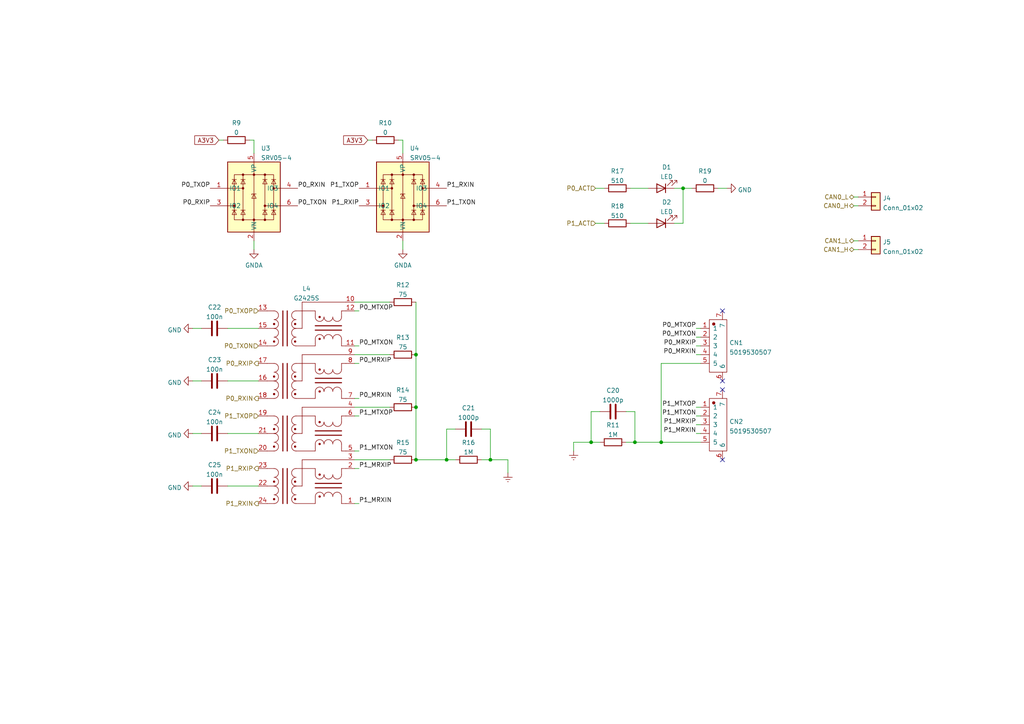
<source format=kicad_sch>
(kicad_sch (version 20211123) (generator eeschema)
  (paper "A4")
  (lib_symbols
    (symbol "Connector_Generic:Conn_01x02" (pin_names (offset 1.016) hide)
      (property "Reference" "J" (at 0 2.54 0))
      (property "Value" "Conn_01x02" (at 0 -5.08 0))
      (symbol "Conn_01x02_1_1"
        (rectangle (start -1.27 -2.413) (end 0 -2.667) (stroke (width 0.1524)))
        (rectangle (start -1.27 0.127) (end 0 -0.127) (stroke (width 0.1524)))
        (rectangle (start -1.27 1.27) (end 1.27 -3.81) (stroke (width 0.254)) (fill (type background)))
        (pin passive line (at -5.08 0 0) (length 3.81) (name "Pin_1") (number "1"))
        (pin passive line (at -5.08 -2.54 0) (length 3.81) (name "Pin_2") (number "2"))
      )
    )
    (symbol "Device:C" (pin_numbers hide) (pin_names (offset 0.254))
      (property "Reference" "C" (at 0.635 2.54 0))
      (property "Value" "C" (at 0.635 -2.54 0))
      (symbol "C_0_1"
        (polyline (pts (xy -2.032 -0.762) (xy 2.032 -0.762)) (stroke (width 0.508)))
        (polyline (pts (xy -2.032 0.762) (xy 2.032 0.762)) (stroke (width 0.508)))
      )
      (symbol "C_1_1"
        (pin passive line (at 0 3.81 270) (length 2.794) (name "~") (number "1"))
        (pin passive line (at 0 -3.81 90) (length 2.794) (name "~") (number "2"))
      )
    )
    (symbol "Device:LED" (pin_numbers hide) (pin_names (offset 1.016) hide)
      (property "Reference" "D" (at 0 2.54 0))
      (property "Value" "LED" (at 0 -2.54 0))
      (symbol "LED_0_1"
        (polyline (pts (xy -1.27 -1.27) (xy -1.27 1.27)) (stroke (width 0.254)))
        (polyline (pts (xy -1.27 0) (xy 1.27 0)))
        (polyline (pts (xy 1.27 -1.27) (xy 1.27 1.27) (xy -1.27 0) (xy 1.27 -1.27)) (stroke (width 0.254)))
        (polyline (pts (xy -3.048 -0.762) (xy -4.572 -2.286) (xy -3.81 -2.286) (xy -4.572 -2.286) (xy -4.572 -1.524)))
        (polyline (pts (xy -1.778 -0.762) (xy -3.302 -2.286) (xy -2.54 -2.286) (xy -3.302 -2.286) (xy -3.302 -1.524)))
      )
      (symbol "LED_1_1"
        (pin passive line (at -3.81 0 0) (length 2.54) (name "K") (number "1"))
        (pin passive line (at 3.81 0 180) (length 2.54) (name "A") (number "2"))
      )
    )
    (symbol "Device:R" (pin_numbers hide) (pin_names (offset 0))
      (property "Reference" "R" (at 2.032 0 90))
      (property "Value" "R" (at 0 0 90))
      (symbol "R_0_1"
        (rectangle (start -1.016 -2.54) (end 1.016 2.54) (stroke (width 0.254)))
      )
      (symbol "R_1_1"
        (pin passive line (at 0 3.81 270) (length 1.27) (name "~") (number "1"))
        (pin passive line (at 0 -3.81 90) (length 1.27) (name "~") (number "2"))
      )
    )
    (symbol "ECAT:5019530507" (pin_names (offset 1.016))
      (property "Reference" "CN" (at 0 12.954 0))
      (property "Value" "5019530507" (at 0 18.034 0))
      (symbol "5019530507_1_1"
        (rectangle (start -2.54 7.62) (end 2.54 -7.62) (stroke (width 0.1524)))
        (circle (center -1.27 6.35) (radius 0.381) (stroke (width 0.1524)) (fill (type outline)))
        (pin passive line (at -5.08 5.08 0) (length 2.54) (name "1") (number "1"))
        (pin passive line (at -5.08 2.54 0) (length 2.54) (name "2") (number "2"))
        (pin passive line (at -5.08 0 0) (length 2.54) (name "3") (number "3"))
        (pin passive line (at -5.08 -2.54 0) (length 2.54) (name "4") (number "4"))
        (pin passive line (at -5.08 -5.08 0) (length 2.54) (name "5") (number "5"))
        (pin passive line (at 1.27 -10.16 90) (length 2.54) (name "6") (number "6"))
        (pin passive line (at 1.27 10.16 270) (length 2.54) (name "7") (number "7"))
      )
    )
    (symbol "ECAT:G2425S" (pin_names (offset 1.016) hide)
      (property "Reference" "L" (at 0 35.687 0))
      (property "Value" "G2425S" (at 0 40.767 0))
      (symbol "G2425S_1_1"
        (arc (start -11.43 -17.272) (mid -10.16 -18.542) (end -8.89 -17.272) (stroke (width 0.1524)))
        (arc (start -11.43 -2.032) (mid -10.16 -3.302) (end -8.89 -2.032) (stroke (width 0.1524)))
        (arc (start -11.43 13.208) (mid -10.16 11.938) (end -8.89 13.208) (stroke (width 0.1524)))
        (arc (start -11.43 28.448) (mid -10.16 27.178) (end -8.89 28.448) (stroke (width 0.1524)))
        (arc (start -8.89 -23.622) (mid -10.16 -22.352) (end -11.43 -23.622) (stroke (width 0.1524)))
        (arc (start -8.89 -17.272) (mid -7.62 -18.542) (end -6.35 -17.272) (stroke (width 0.1524)))
        (arc (start -8.89 -8.382) (mid -10.16 -7.112) (end -11.43 -8.382) (stroke (width 0.1524)))
        (arc (start -8.89 -2.032) (mid -7.62 -3.302) (end -6.35 -2.032) (stroke (width 0.1524)))
        (arc (start -8.89 6.858) (mid -10.16 8.128) (end -11.43 6.858) (stroke (width 0.1524)))
        (arc (start -8.89 13.208) (mid -7.62 11.938) (end -6.35 13.208) (stroke (width 0.1524)))
        (arc (start -8.89 22.098) (mid -10.16 23.368) (end -11.43 22.098) (stroke (width 0.1524)))
        (arc (start -8.89 28.448) (mid -7.62 27.178) (end -6.35 28.448) (stroke (width 0.1524)))
        (arc (start -6.35 -23.622) (mid -7.62 -22.352) (end -8.89 -23.622) (stroke (width 0.1524)))
        (arc (start -6.35 -17.272) (mid -5.08 -18.542) (end -3.81 -17.272) (stroke (width 0.1524)))
        (arc (start -6.35 -8.382) (mid -7.62 -7.112) (end -8.89 -8.382) (stroke (width 0.1524)))
        (arc (start -6.35 -2.032) (mid -5.08 -3.302) (end -3.81 -2.032) (stroke (width 0.1524)))
        (arc (start -6.35 6.858) (mid -7.62 8.128) (end -8.89 6.858) (stroke (width 0.1524)))
        (arc (start -6.35 13.208) (mid -5.08 11.938) (end -3.81 13.208) (stroke (width 0.1524)))
        (arc (start -6.35 22.098) (mid -7.62 23.368) (end -8.89 22.098) (stroke (width 0.1524)))
        (arc (start -6.35 28.448) (mid -5.08 27.178) (end -3.81 28.448) (stroke (width 0.1524)))
        (circle (center -5.08 -23.622) (radius 0.254) (stroke (width 0.1524)) (fill (type outline)))
        (circle (center -5.08 -17.272) (radius 0.254) (stroke (width 0.1524)) (fill (type outline)))
        (circle (center -5.08 -8.382) (radius 0.254) (stroke (width 0.1524)) (fill (type outline)))
        (circle (center -5.08 -2.032) (radius 0.254) (stroke (width 0.1524)) (fill (type outline)))
        (circle (center -5.08 6.858) (radius 0.254) (stroke (width 0.1524)) (fill (type outline)))
        (circle (center -5.08 13.208) (radius 0.254) (stroke (width 0.1524)) (fill (type outline)))
        (circle (center -5.08 22.098) (radius 0.254) (stroke (width 0.1524)) (fill (type outline)))
        (circle (center -5.08 28.448) (radius 0.254) (stroke (width 0.1524)) (fill (type outline)))
        (arc (start -3.81 -23.622) (mid -5.08 -22.352) (end -6.35 -23.622) (stroke (width 0.1524)))
        (arc (start -3.81 -8.382) (mid -5.08 -7.112) (end -6.35 -8.382) (stroke (width 0.1524)))
        (arc (start -3.81 6.858) (mid -5.08 8.128) (end -6.35 6.858) (stroke (width 0.1524)))
        (arc (start -3.81 22.098) (mid -5.08 23.368) (end -6.35 22.098) (stroke (width 0.1524)))
        (polyline (pts (xy -11.43 -25.4) (xy -12.7 -25.4)) (stroke (width 0.1524)))
        (polyline (pts (xy -11.43 -23.622) (xy -11.43 -25.4)) (stroke (width 0.1524)))
        (polyline (pts (xy -11.43 -17.272) (xy -11.43 -15.24)) (stroke (width 0.1524)))
        (polyline (pts (xy -11.43 -15.24) (xy -12.7 -15.24)) (stroke (width 0.1524)))
        (polyline (pts (xy -11.43 -10.16) (xy -12.7 -10.16)) (stroke (width 0.1524)))
        (polyline (pts (xy -11.43 -8.382) (xy -11.43 -10.16)) (stroke (width 0.1524)))
        (polyline (pts (xy -11.43 -2.032) (xy -11.43 0)) (stroke (width 0.1524)))
        (polyline (pts (xy -11.43 0) (xy -12.7 0)) (stroke (width 0.1524)))
        (polyline (pts (xy -11.43 5.08) (xy -12.7 5.08)) (stroke (width 0.1524)))
        (polyline (pts (xy -11.43 6.858) (xy -11.43 5.08)) (stroke (width 0.1524)))
        (polyline (pts (xy -11.43 13.208) (xy -11.43 15.24)) (stroke (width 0.1524)))
        (polyline (pts (xy -11.43 15.24) (xy -12.7 15.24)) (stroke (width 0.1524)))
        (polyline (pts (xy -11.43 20.32) (xy -12.7 20.32)) (stroke (width 0.1524)))
        (polyline (pts (xy -11.43 22.098) (xy -11.43 20.32)) (stroke (width 0.1524)))
        (polyline (pts (xy -11.43 28.448) (xy -11.43 30.48)) (stroke (width 0.1524)))
        (polyline (pts (xy -11.43 30.48) (xy -12.7 30.48)) (stroke (width 0.1524)))
        (polyline (pts (xy -3.81 -25.4) (xy -3.81 -23.622)) (stroke (width 0.1524)))
        (polyline (pts (xy -3.81 -21.082) (xy -11.43 -21.082)) (stroke (width 0.3048)))
        (polyline (pts (xy -3.81 -19.812) (xy -11.43 -19.812)) (stroke (width 0.3048)))
        (polyline (pts (xy -3.81 -15.24) (xy -3.81 -17.272)) (stroke (width 0.1524)))
        (polyline (pts (xy -3.81 -15.24) (xy 1.778 -15.24)) (stroke (width 0.1524)))
        (polyline (pts (xy -3.81 -10.16) (xy -3.81 -8.382)) (stroke (width 0.1524)))
        (polyline (pts (xy -3.81 -5.842) (xy -11.43 -5.842)) (stroke (width 0.3048)))
        (polyline (pts (xy -3.81 -4.572) (xy -11.43 -4.572)) (stroke (width 0.3048)))
        (polyline (pts (xy -3.81 0) (xy -3.81 -2.032)) (stroke (width 0.1524)))
        (polyline (pts (xy -3.81 0) (xy 1.778 0)) (stroke (width 0.1524)))
        (polyline (pts (xy -3.81 5.08) (xy -3.81 6.858)) (stroke (width 0.1524)))
        (polyline (pts (xy -3.81 9.398) (xy -11.43 9.398)) (stroke (width 0.3048)))
        (polyline (pts (xy -3.81 10.668) (xy -11.43 10.668)) (stroke (width 0.3048)))
        (polyline (pts (xy -3.81 15.24) (xy -3.81 13.208)) (stroke (width 0.1524)))
        (polyline (pts (xy -3.81 15.24) (xy 1.778 15.24)) (stroke (width 0.1524)))
        (polyline (pts (xy -3.81 20.32) (xy -3.81 22.098)) (stroke (width 0.1524)))
        (polyline (pts (xy -3.81 24.638) (xy -11.43 24.638)) (stroke (width 0.3048)))
        (polyline (pts (xy -3.81 25.908) (xy -11.43 25.908)) (stroke (width 0.3048)))
        (polyline (pts (xy -3.81 30.48) (xy -3.81 28.448)) (stroke (width 0.1524)))
        (polyline (pts (xy -3.81 30.48) (xy 1.778 30.48)) (stroke (width 0.1524)))
        (polyline (pts (xy 0 -27.94) (xy -12.7 -27.94)) (stroke (width 0.1524)))
        (polyline (pts (xy 0 -20.32) (xy 0 -27.94)) (stroke (width 0.1524)))
        (polyline (pts (xy 0 -12.7) (xy -12.7 -12.7)) (stroke (width 0.1524)))
        (polyline (pts (xy 0 -5.08) (xy 0 -12.7)) (stroke (width 0.1524)))
        (polyline (pts (xy 0 2.54) (xy -12.7 2.54)) (stroke (width 0.1524)))
        (polyline (pts (xy 0 10.16) (xy 0 2.54)) (stroke (width 0.1524)))
        (polyline (pts (xy 0 17.78) (xy -12.7 17.78)) (stroke (width 0.1524)))
        (polyline (pts (xy 0 25.4) (xy 0 17.78)) (stroke (width 0.1524)))
        (polyline (pts (xy 1.778 -25.4) (xy -3.81 -25.4)) (stroke (width 0.1524)))
        (polyline (pts (xy 1.778 -20.32) (xy 0 -20.32)) (stroke (width 0.1524)))
        (polyline (pts (xy 1.778 -10.16) (xy -3.81 -10.16)) (stroke (width 0.1524)))
        (polyline (pts (xy 1.778 -5.08) (xy 0 -5.08)) (stroke (width 0.1524)))
        (polyline (pts (xy 1.778 5.08) (xy -3.81 5.08)) (stroke (width 0.1524)))
        (polyline (pts (xy 1.778 10.16) (xy 0 10.16)) (stroke (width 0.1524)))
        (polyline (pts (xy 1.778 20.32) (xy -3.81 20.32)) (stroke (width 0.1524)))
        (polyline (pts (xy 1.778 25.4) (xy 0 25.4)) (stroke (width 0.1524)))
        (polyline (pts (xy 4.318 -25.4) (xy 4.318 -15.24)) (stroke (width 0.3048)))
        (polyline (pts (xy 4.318 -10.16) (xy 4.318 0)) (stroke (width 0.3048)))
        (polyline (pts (xy 4.318 5.08) (xy 4.318 15.24)) (stroke (width 0.3048)))
        (polyline (pts (xy 4.318 20.32) (xy 4.318 30.48)) (stroke (width 0.3048)))
        (polyline (pts (xy 5.588 -25.4) (xy 5.588 -15.24)) (stroke (width 0.3048)))
        (polyline (pts (xy 5.588 -10.16) (xy 5.588 0)) (stroke (width 0.3048)))
        (polyline (pts (xy 5.588 5.08) (xy 5.588 15.24)) (stroke (width 0.3048)))
        (polyline (pts (xy 5.588 20.32) (xy 5.588 30.48)) (stroke (width 0.3048)))
        (polyline (pts (xy 10.16 -25.4) (xy 8.128 -25.4)) (stroke (width 0.1524)))
        (polyline (pts (xy 10.16 -20.32) (xy 8.128 -20.32)) (stroke (width 0.1524)))
        (polyline (pts (xy 10.16 -15.24) (xy 8.128 -15.24)) (stroke (width 0.1524)))
        (polyline (pts (xy 10.16 -10.16) (xy 8.128 -10.16)) (stroke (width 0.1524)))
        (polyline (pts (xy 10.16 -5.08) (xy 8.128 -5.08)) (stroke (width 0.1524)))
        (polyline (pts (xy 10.16 0) (xy 8.128 0)) (stroke (width 0.1524)))
        (polyline (pts (xy 10.16 5.08) (xy 8.128 5.08)) (stroke (width 0.1524)))
        (polyline (pts (xy 10.16 10.16) (xy 8.128 10.16)) (stroke (width 0.1524)))
        (polyline (pts (xy 10.16 15.24) (xy 8.128 15.24)) (stroke (width 0.1524)))
        (polyline (pts (xy 10.16 20.32) (xy 8.128 20.32)) (stroke (width 0.1524)))
        (polyline (pts (xy 10.16 25.4) (xy 8.128 25.4)) (stroke (width 0.1524)))
        (polyline (pts (xy 10.16 30.48) (xy 8.128 30.48)) (stroke (width 0.1524)))
        (arc (start 1.778 -25.4) (mid 3.048 -24.13) (end 1.778 -22.86) (stroke (width 0.1524)))
        (arc (start 1.778 -22.86) (mid 3.048 -21.59) (end 1.778 -20.32) (stroke (width 0.1524)))
        (arc (start 1.778 -20.32) (mid 3.048 -19.05) (end 1.778 -17.78) (stroke (width 0.1524)))
        (arc (start 1.778 -17.78) (mid 3.048 -16.51) (end 1.778 -15.24) (stroke (width 0.1524)))
        (arc (start 1.778 -10.16) (mid 3.048 -8.89) (end 1.778 -7.62) (stroke (width 0.1524)))
        (arc (start 1.778 -7.62) (mid 3.048 -6.35) (end 1.778 -5.08) (stroke (width 0.1524)))
        (arc (start 1.778 -5.08) (mid 3.048 -3.81) (end 1.778 -2.54) (stroke (width 0.1524)))
        (arc (start 1.778 -2.54) (mid 3.048 -1.27) (end 1.778 0) (stroke (width 0.1524)))
        (arc (start 1.778 5.08) (mid 3.048 6.35) (end 1.778 7.62) (stroke (width 0.1524)))
        (arc (start 1.778 7.62) (mid 3.048 8.89) (end 1.778 10.16) (stroke (width 0.1524)))
        (arc (start 1.778 10.16) (mid 3.048 11.43) (end 1.778 12.7) (stroke (width 0.1524)))
        (arc (start 1.778 12.7) (mid 3.048 13.97) (end 1.778 15.24) (stroke (width 0.1524)))
        (arc (start 1.778 20.32) (mid 3.048 21.59) (end 1.778 22.86) (stroke (width 0.1524)))
        (arc (start 1.778 22.86) (mid 3.048 24.13) (end 1.778 25.4) (stroke (width 0.1524)))
        (arc (start 1.778 25.4) (mid 3.048 26.67) (end 1.778 27.94) (stroke (width 0.1524)))
        (arc (start 1.778 27.94) (mid 3.048 29.21) (end 1.778 30.48) (stroke (width 0.1524)))
        (circle (center 2.032 -21.59) (radius 0.254) (stroke (width 0.1524)) (fill (type outline)))
        (circle (center 2.032 -16.51) (radius 0.254) (stroke (width 0.1524)) (fill (type outline)))
        (circle (center 2.032 -6.35) (radius 0.254) (stroke (width 0.1524)) (fill (type outline)))
        (circle (center 2.032 -1.27) (radius 0.254) (stroke (width 0.1524)) (fill (type outline)))
        (circle (center 2.032 8.89) (radius 0.254) (stroke (width 0.1524)) (fill (type outline)))
        (circle (center 2.032 13.97) (radius 0.254) (stroke (width 0.1524)) (fill (type outline)))
        (circle (center 2.032 24.13) (radius 0.254) (stroke (width 0.1524)) (fill (type outline)))
        (circle (center 2.032 29.21) (radius 0.254) (stroke (width 0.1524)) (fill (type outline)))
        (arc (start 8.128 -22.86) (mid 6.858 -24.13) (end 8.128 -25.4) (stroke (width 0.1524)))
        (circle (center 8.128 -21.59) (radius 0.254) (stroke (width 0.1524)) (fill (type outline)))
        (arc (start 8.128 -20.32) (mid 6.858 -21.59) (end 8.128 -22.86) (stroke (width 0.1524)))
        (arc (start 8.128 -17.78) (mid 6.858 -19.05) (end 8.128 -20.32) (stroke (width 0.1524)))
        (circle (center 8.128 -16.51) (radius 0.254) (stroke (width 0.1524)) (fill (type outline)))
        (arc (start 8.128 -15.24) (mid 6.858 -16.51) (end 8.128 -17.78) (stroke (width 0.1524)))
        (arc (start 8.128 -7.62) (mid 6.858 -8.89) (end 8.128 -10.16) (stroke (width 0.1524)))
        (circle (center 8.128 -6.35) (radius 0.254) (stroke (width 0.1524)) (fill (type outline)))
        (arc (start 8.128 -5.08) (mid 6.858 -6.35) (end 8.128 -7.62) (stroke (width 0.1524)))
        (arc (start 8.128 -2.54) (mid 6.858 -3.81) (end 8.128 -5.08) (stroke (width 0.1524)))
        (circle (center 8.128 -1.27) (radius 0.254) (stroke (width 0.1524)) (fill (type outline)))
        (arc (start 8.128 0) (mid 6.858 -1.27) (end 8.128 -2.54) (stroke (width 0.1524)))
        (arc (start 8.128 7.62) (mid 6.858 6.35) (end 8.128 5.08) (stroke (width 0.1524)))
        (circle (center 8.128 8.89) (radius 0.254) (stroke (width 0.1524)) (fill (type outline)))
        (arc (start 8.128 10.16) (mid 6.858 8.89) (end 8.128 7.62) (stroke (width 0.1524)))
        (arc (start 8.128 12.7) (mid 6.858 11.43) (end 8.128 10.16) (stroke (width 0.1524)))
        (circle (center 8.128 13.97) (radius 0.254) (stroke (width 0.1524)) (fill (type outline)))
        (arc (start 8.128 15.24) (mid 6.858 13.97) (end 8.128 12.7) (stroke (width 0.1524)))
        (arc (start 8.128 22.86) (mid 6.858 21.59) (end 8.128 20.32) (stroke (width 0.1524)))
        (circle (center 8.128 24.13) (radius 0.254) (stroke (width 0.1524)) (fill (type outline)))
        (arc (start 8.128 25.4) (mid 6.858 24.13) (end 8.128 22.86) (stroke (width 0.1524)))
        (arc (start 8.128 27.94) (mid 6.858 26.67) (end 8.128 25.4) (stroke (width 0.1524)))
        (circle (center 8.128 29.21) (radius 0.254) (stroke (width 0.1524)) (fill (type outline)))
        (arc (start 8.128 30.48) (mid 6.858 29.21) (end 8.128 27.94) (stroke (width 0.1524)))
        (pin input line (at -15.24 30.48 0) (length 2.54) (name "1") (number "1"))
        (pin input line (at -15.24 -27.94 0) (length 2.54) (name "10") (number "10"))
        (pin input line (at -15.24 -15.24 0) (length 2.54) (name "11") (number "11"))
        (pin input line (at -15.24 -25.4 0) (length 2.54) (name "12") (number "12"))
        (pin input line (at 12.7 -25.4 180) (length 2.54) (name "13") (number "13"))
        (pin input line (at 12.7 -15.24 180) (length 2.54) (name "14") (number "14"))
        (pin input line (at 12.7 -20.32 180) (length 2.54) (name "15") (number "15"))
        (pin input line (at 12.7 -5.08 180) (length 2.54) (name "16") (number "16"))
        (pin input line (at 12.7 -10.16 180) (length 2.54) (name "17") (number "17"))
        (pin input line (at 12.7 0 180) (length 2.54) (name "18") (number "18"))
        (pin input line (at 12.7 5.08 180) (length 2.54) (name "19") (number "19"))
        (pin input line (at -15.24 20.32 0) (length 2.54) (name "2") (number "2"))
        (pin input line (at 12.7 15.24 180) (length 2.54) (name "20") (number "20"))
        (pin input line (at 12.7 10.16 180) (length 2.54) (name "21") (number "21"))
        (pin input line (at 12.7 25.4 180) (length 2.54) (name "22") (number "22"))
        (pin input line (at 12.7 20.32 180) (length 2.54) (name "23") (number "23"))
        (pin input line (at 12.7 30.48 180) (length 2.54) (name "24") (number "24"))
        (pin input line (at -15.24 17.78 0) (length 2.54) (name "3") (number "3"))
        (pin input line (at -15.24 2.54 0) (length 2.54) (name "4") (number "4"))
        (pin input line (at -15.24 15.24 0) (length 2.54) (name "5") (number "5"))
        (pin input line (at -15.24 5.08 0) (length 2.54) (name "6") (number "6"))
        (pin input line (at -15.24 0 0) (length 2.54) (name "7") (number "7"))
        (pin input line (at -15.24 -10.16 0) (length 2.54) (name "8") (number "8"))
        (pin input line (at -15.24 -12.7 0) (length 2.54) (name "9") (number "9"))
      )
    )
    (symbol "ECAT:SRV05-4"
      (property "Reference" "U" (at 8.89 -12.7 0))
      (property "Value" "SRV05-4" (at 0 17.78 0))
      (symbol "SRV05-4_0_0"
        (rectangle (start -5.715 6.477) (end 5.715 -6.604))
        (polyline (pts (xy -3.175 -6.604) (xy -3.175 6.477)))
        (polyline (pts (xy 3.175 6.477) (xy 3.175 -6.604)))
      )
      (symbol "SRV05-4_0_1"
        (rectangle (start -7.62 10.16) (end 7.62 -10.16) (stroke (width 0.254)) (fill (type background)))
        (circle (center -5.715 -2.54) (radius 0.2794) (fill (type outline)))
        (circle (center -3.175 -6.604) (radius 0.2794) (fill (type outline)))
        (circle (center -3.175 2.54) (radius 0.2794) (fill (type outline)))
        (circle (center -3.175 6.477) (radius 0.2794) (fill (type outline)))
        (circle (center 0 -6.604) (radius 0.2794) (fill (type outline)))
        (polyline (pts (xy -7.747 2.54) (xy -3.175 2.54)))
        (polyline (pts (xy -7.62 -2.54) (xy -5.715 -2.54)))
        (polyline (pts (xy -5.08 -3.81) (xy -6.35 -3.81)))
        (polyline (pts (xy -5.08 5.08) (xy -6.35 5.08)))
        (polyline (pts (xy -2.54 -3.81) (xy -3.81 -3.81)))
        (polyline (pts (xy -2.54 5.08) (xy -3.81 5.08)))
        (polyline (pts (xy 0 10.16) (xy 0 -10.16)))
        (polyline (pts (xy 3.81 -3.81) (xy 2.54 -3.81)))
        (polyline (pts (xy 3.81 5.08) (xy 2.54 5.08)))
        (polyline (pts (xy 6.35 -3.81) (xy 5.08 -3.81)))
        (polyline (pts (xy 6.35 5.08) (xy 5.08 5.08)))
        (polyline (pts (xy 7.62 -2.54) (xy 3.175 -2.54)))
        (polyline (pts (xy 7.62 2.54) (xy 5.715 2.54)))
        (polyline (pts (xy 0.635 0.889) (xy -0.635 0.889) (xy -0.635 0.635)))
        (polyline (pts (xy -5.08 -5.08) (xy -6.35 -5.08) (xy -5.715 -3.81) (xy -5.08 -5.08)))
        (polyline (pts (xy -5.08 3.81) (xy -6.35 3.81) (xy -5.715 5.08) (xy -5.08 3.81)))
        (polyline (pts (xy -2.54 -5.08) (xy -3.81 -5.08) (xy -3.175 -3.81) (xy -2.54 -5.08)))
        (polyline (pts (xy -2.54 3.81) (xy -3.81 3.81) (xy -3.175 5.08) (xy -2.54 3.81)))
        (polyline (pts (xy 0.635 -0.381) (xy -0.635 -0.381) (xy 0 0.889) (xy 0.635 -0.381)))
        (polyline (pts (xy 3.81 -5.08) (xy 2.54 -5.08) (xy 3.175 -3.81) (xy 3.81 -5.08)))
        (polyline (pts (xy 3.81 3.81) (xy 2.54 3.81) (xy 3.175 5.08) (xy 3.81 3.81)))
        (polyline (pts (xy 6.35 -5.08) (xy 5.08 -5.08) (xy 5.715 -3.81) (xy 6.35 -5.08)))
        (polyline (pts (xy 6.35 3.81) (xy 5.08 3.81) (xy 5.715 5.08) (xy 6.35 3.81)))
        (circle (center 0 6.477) (radius 0.2794) (fill (type outline)))
        (circle (center 3.175 -6.604) (radius 0.2794) (fill (type outline)))
        (circle (center 3.175 -2.54) (radius 0.2794) (fill (type outline)))
        (circle (center 3.175 6.477) (radius 0.2794) (fill (type outline)))
        (circle (center 5.715 2.54) (radius 0.2794) (fill (type outline)))
      )
      (symbol "SRV05-4_1_1"
        (pin passive line (at -12.7 2.54 0) (length 5.08) (name "IO1") (number "1"))
        (pin passive line (at 0 -12.7 90) (length 2.54) (name "VN") (number "2"))
        (pin passive line (at -12.7 -2.54 0) (length 5.08) (name "IO2") (number "3"))
        (pin passive line (at 12.7 2.54 180) (length 5.08) (name "IO3") (number "4"))
        (pin passive line (at 0 12.7 270) (length 2.54) (name "VP") (number "5"))
        (pin passive line (at 12.7 -2.54 180) (length 5.08) (name "IO4") (number "6"))
      )
    )
    (symbol "power:Earth" (power) (pin_names (offset 0))
      (symbol "Earth_0_1"
        (polyline (pts (xy -0.635 -1.905) (xy 0.635 -1.905)))
        (polyline (pts (xy -0.127 -2.54) (xy 0.127 -2.54)))
        (polyline (pts (xy 0 -1.27) (xy 0 0)))
        (polyline (pts (xy 1.27 -1.27) (xy -1.27 -1.27)))
      )
      (symbol "Earth_1_1"
        (pin power_in line (at 0 0 270) (length 0) hide (name "Earth") (number "1"))
      )
    )
    (symbol "power:GND" (power) (pin_names (offset 0))
      (property "Value" "GND" (at 0 -3.81 0))
      (symbol "GND_0_1"
        (polyline (pts (xy 0 0) (xy 0 -1.27) (xy 1.27 -1.27) (xy 0 -2.54) (xy -1.27 -1.27) (xy 0 -1.27)))
      )
      (symbol "GND_1_1"
        (pin power_in line (at 0 0 270) (length 0) hide (name "GND") (number "1"))
      )
    )
    (symbol "power:GNDA" (power) (pin_names (offset 0))
      (property "Value" "GNDA" (at 0 -3.81 0))
      (symbol "GNDA_0_1"
        (polyline (pts (xy 0 0) (xy 0 -1.27) (xy 1.27 -1.27) (xy 0 -2.54) (xy -1.27 -1.27) (xy 0 -1.27)))
      )
      (symbol "GNDA_1_1"
        (pin power_in line (at 0 0 270) (length 0) hide (name "GNDA") (number "1"))
      )
    )
  )
  (junction (at 184.15 128.27))
  (junction (at 191.77 128.27))
  (junction (at 198.12 54.61))
  (junction (at 171.45 128.27))
  (junction (at 120.65 118.11))
  (junction (at 120.65 133.35))
  (junction (at 120.65 102.87))
  (junction (at 129.54 133.35))
  (junction (at 142.24 133.35))
  (no_connect (at 209.55 110.49))
  (no_connect (at 209.55 133.35))
  (no_connect (at 209.55 113.03))
  (no_connect (at 209.55 90.17))
  (wire (pts (xy 247.65 59.69) (xy 248.92 59.69)))
  (wire (pts (xy 191.77 105.41) (xy 191.77 128.27)))
  (wire (pts (xy 182.88 54.61) (xy 187.96 54.61)))
  (wire (pts (xy 66.04 140.97) (xy 74.93 140.97)))
  (wire (pts (xy 104.14 100.33) (xy 102.87 100.33)))
  (wire (pts (xy 102.87 118.11) (xy 113.03 118.11)))
  (wire (pts (xy 73.66 40.64) (xy 73.66 44.45)))
  (wire (pts (xy 102.87 133.35) (xy 113.03 133.35)))
  (wire (pts (xy 120.65 133.35) (xy 129.54 133.35)))
  (wire (pts (xy 104.14 105.41) (xy 102.87 105.41)))
  (wire (pts (xy 55.88 125.73) (xy 58.42 125.73)))
  (wire (pts (xy 173.99 119.38) (xy 171.45 119.38)))
  (wire (pts (xy 104.14 120.65) (xy 102.87 120.65)))
  (wire (pts (xy 120.65 87.63) (xy 120.65 102.87)))
  (wire (pts (xy 55.88 140.97) (xy 58.42 140.97)))
  (wire (pts (xy 66.04 125.73) (xy 74.93 125.73)))
  (wire (pts (xy 166.37 130.81) (xy 166.37 128.27)))
  (wire (pts (xy 247.65 69.85) (xy 248.92 69.85)))
  (wire (pts (xy 116.84 40.64) (xy 116.84 44.45)))
  (wire (pts (xy 73.66 69.85) (xy 73.66 72.39)))
  (wire (pts (xy 201.93 102.87) (xy 203.2 102.87)))
  (wire (pts (xy 201.93 97.79) (xy 203.2 97.79)))
  (wire (pts (xy 172.72 64.77) (xy 175.26 64.77)))
  (wire (pts (xy 104.14 90.17) (xy 102.87 90.17)))
  (wire (pts (xy 120.65 102.87) (xy 120.65 118.11)))
  (wire (pts (xy 201.93 120.65) (xy 203.2 120.65)))
  (wire (pts (xy 104.14 135.89) (xy 102.87 135.89)))
  (wire (pts (xy 182.88 64.77) (xy 187.96 64.77)))
  (wire (pts (xy 181.61 119.38) (xy 184.15 119.38)))
  (wire (pts (xy 184.15 119.38) (xy 184.15 128.27)))
  (wire (pts (xy 201.93 100.33) (xy 203.2 100.33)))
  (wire (pts (xy 63.5 40.64) (xy 64.77 40.64)))
  (wire (pts (xy 142.24 124.46) (xy 142.24 133.35)))
  (wire (pts (xy 247.65 72.39) (xy 248.92 72.39)))
  (wire (pts (xy 120.65 118.11) (xy 120.65 133.35)))
  (wire (pts (xy 66.04 110.49) (xy 74.93 110.49)))
  (wire (pts (xy 201.93 125.73) (xy 203.2 125.73)))
  (wire (pts (xy 166.37 128.27) (xy 171.45 128.27)))
  (wire (pts (xy 147.32 137.16) (xy 147.32 133.35)))
  (wire (pts (xy 55.88 95.25) (xy 58.42 95.25)))
  (wire (pts (xy 139.7 133.35) (xy 142.24 133.35)))
  (wire (pts (xy 104.14 130.81) (xy 102.87 130.81)))
  (wire (pts (xy 147.32 133.35) (xy 142.24 133.35)))
  (wire (pts (xy 55.88 110.49) (xy 58.42 110.49)))
  (wire (pts (xy 115.57 40.64) (xy 116.84 40.64)))
  (wire (pts (xy 66.04 95.25) (xy 74.93 95.25)))
  (wire (pts (xy 129.54 124.46) (xy 129.54 133.35)))
  (wire (pts (xy 171.45 128.27) (xy 173.99 128.27)))
  (wire (pts (xy 139.7 124.46) (xy 142.24 124.46)))
  (wire (pts (xy 198.12 54.61) (xy 200.66 54.61)))
  (wire (pts (xy 106.68 40.64) (xy 107.95 40.64)))
  (wire (pts (xy 198.12 54.61) (xy 198.12 64.77)))
  (wire (pts (xy 195.58 54.61) (xy 198.12 54.61)))
  (wire (pts (xy 203.2 105.41) (xy 191.77 105.41)))
  (wire (pts (xy 247.65 57.15) (xy 248.92 57.15)))
  (wire (pts (xy 195.58 64.77) (xy 198.12 64.77)))
  (wire (pts (xy 102.87 102.87) (xy 113.03 102.87)))
  (wire (pts (xy 201.93 95.25) (xy 203.2 95.25)))
  (wire (pts (xy 191.77 128.27) (xy 203.2 128.27)))
  (wire (pts (xy 132.08 124.46) (xy 129.54 124.46)))
  (wire (pts (xy 181.61 128.27) (xy 184.15 128.27)))
  (wire (pts (xy 201.93 123.19) (xy 203.2 123.19)))
  (wire (pts (xy 210.82 54.61) (xy 208.28 54.61)))
  (wire (pts (xy 72.39 40.64) (xy 73.66 40.64)))
  (wire (pts (xy 171.45 119.38) (xy 171.45 128.27)))
  (wire (pts (xy 104.14 115.57) (xy 102.87 115.57)))
  (wire (pts (xy 184.15 128.27) (xy 191.77 128.27)))
  (wire (pts (xy 104.14 146.05) (xy 102.87 146.05)))
  (wire (pts (xy 102.87 87.63) (xy 113.03 87.63)))
  (wire (pts (xy 116.84 69.85) (xy 116.84 72.39)))
  (wire (pts (xy 129.54 133.35) (xy 132.08 133.35)))
  (wire (pts (xy 172.72 54.61) (xy 175.26 54.61)))
  (wire (pts (xy 201.93 118.11) (xy 203.2 118.11)))
  (label "P1_MRXIN" (at 201.93 125.73 180))
  (label "P1_MTXOP" (at 201.93 118.11 180))
  (label "P0_MTXON" (at 104.14 100.33 0))
  (label "P1_RXIN" (at 129.54 54.61 0))
  (label "P1_TXON" (at 129.54 59.69 0))
  (label "P0_TXON" (at 86.36 59.69 0))
  (label "P1_MRXIP" (at 201.93 123.19 180))
  (label "P0_MRXIN" (at 201.93 102.87 180))
  (label "P1_MRXIP" (at 104.14 135.89 0))
  (label "P0_RXIN" (at 86.36 54.61 0))
  (label "P1_MTXOP" (at 104.14 120.65 0))
  (label "P0_MRXIN" (at 104.14 115.57 0))
  (label "P1_TXOP" (at 104.14 54.61 180))
  (label "P0_TXOP" (at 60.96 54.61 180))
  (label "P1_MRXIN" (at 104.14 146.05 0))
  (label "P0_RXIP" (at 60.96 59.69 180))
  (label "P0_MTXOP" (at 104.14 90.17 0))
  (label "P0_MTXOP" (at 201.93 95.25 180))
  (label "P0_MRXIP" (at 201.93 100.33 180))
  (label "P1_MTXON" (at 104.14 130.81 0))
  (label "P1_RXIP" (at 104.14 59.69 180))
  (label "P0_MRXIP" (at 104.14 105.41 0))
  (label "P1_MTXON" (at 201.93 120.65 180))
  (label "P0_MTXON" (at 201.93 97.79 180))
  (global_label "A3V3" (shape input) (at 63.5 40.64 180) (property "Intersheet References" "${INTERSHEET_REFS}" (effects hide)))
  (global_label "A3V3" (shape input) (at 106.68 40.64 180) (property "Intersheet References" "${INTERSHEET_REFS}" (effects hide)))
  (hierarchical_label "CAN0_L" (shape bidirectional) (at 247.65 57.15 180))
  (hierarchical_label "CAN0_H" (shape bidirectional) (at 247.65 59.69 180))
  (hierarchical_label "P0_TXOP" (shape input) (at 74.93 90.17 180))
  (hierarchical_label "P1_ACT" (shape input) (at 172.72 64.77 180))
  (hierarchical_label "P1_TXON" (shape input) (at 74.93 130.81 180))
  (hierarchical_label "P1_RXIN" (shape output) (at 74.93 146.05 180))
  (hierarchical_label "P0_TXON" (shape input) (at 74.93 100.33 180))
  (hierarchical_label "CAN1_H" (shape bidirectional) (at 247.65 72.39 180))
  (hierarchical_label "P0_RXIP" (shape output) (at 74.93 105.41 180))
  (hierarchical_label "CAN1_L" (shape bidirectional) (at 247.65 69.85 180))
  (hierarchical_label "P0_ACT" (shape input) (at 172.72 54.61 180))
  (hierarchical_label "P1_RXIP" (shape output) (at 74.93 135.89 180))
  (hierarchical_label "P0_RXIN" (shape output) (at 74.93 115.57 180))
  (hierarchical_label "P1_TXOP" (shape input) (at 74.93 120.65 180))
  (symbol (lib_id "Device:R") (at 177.8 128.27 90) (unit 1)
    (property "Reference" "R11" (at 177.8 123.2875 90))
    (property "Value" "1M" (at 177.8 126.0626 90))
    (property "Footprint" "Resistor_SMD:R_1206_3216Metric" (effects hide))
  )
  (symbol (lib_id "Device:C") (at 62.23 125.73 90) (unit 1)
    (property "Reference" "C24" (at 62.23 119.6045 90))
    (property "Value" "100n" (at 62.23 122.3796 90))
    (property "Footprint" "Capacitor_SMD:C_0603_1608Metric" (effects hide))
  )
  (symbol (lib_id "Connector_Generic:Conn_01x02") (at 254 57.15 0) (unit 1)
    (property "Reference" "J4" (at 256.032 57.5115 0) (effects (justify left)))
    (property "Value" "Conn_01x02" (at 256.032 60.2866 0) (effects (justify left)))
    (property "Footprint" "Connector_JST:JST_GH_SM02B-GHS-TB_1x02-1MP_P1.25mm_Horizontal" (effects hide))
  )
  (symbol (lib_id "power:GND") (at 55.88 125.73 270) (unit 1)
    (property "Reference" "#PWR0136" (effects hide))
    (property "Value" "GND" (at 52.7051 126.209 90) (effects (justify right)))
  )
  (symbol (lib_id "Device:R") (at 68.58 40.64 90) (unit 1)
    (property "Reference" "R9" (at 68.58 35.6575 90))
    (property "Value" "0" (at 68.58 38.4326 90))
    (property "Footprint" "Resistor_SMD:R_0603_1608Metric" (effects hide))
  )
  (symbol (lib_id "Device:R") (at 111.76 40.64 90) (unit 1)
    (property "Reference" "R10" (at 111.76 35.6575 90))
    (property "Value" "0" (at 111.76 38.4326 90))
    (property "Footprint" "Resistor_SMD:R_0603_1608Metric" (effects hide))
  )
  (symbol (lib_id "Device:R") (at 116.84 118.11 90) (unit 1)
    (property "Reference" "R14" (at 116.84 113.1275 90))
    (property "Value" "75" (at 116.84 115.9026 90))
    (property "Footprint" "Resistor_SMD:R_0603_1608Metric" (effects hide))
  )
  (symbol (lib_id "Device:C") (at 62.23 110.49 90) (unit 1)
    (property "Reference" "C23" (at 62.23 104.3645 90))
    (property "Value" "100n" (at 62.23 107.1396 90))
    (property "Footprint" "Capacitor_SMD:C_0603_1608Metric" (effects hide))
  )
  (symbol (lib_id "ECAT:SRV05-4") (at 73.66 57.15 0) (unit 1)
    (property "Reference" "U3" (at 75.6794 43.0235 0) (effects (justify left)))
    (property "Value" "SRV05-4" (at 75.6794 45.7986 0) (effects (justify left)))
    (property "Footprint" "Package_TO_SOT_SMD:SOT-23-6" (effects hide))
  )
  (symbol (lib_id "Device:C") (at 62.23 140.97 90) (unit 1)
    (property "Reference" "C25" (at 62.23 134.8445 90))
    (property "Value" "100n" (at 62.23 137.6196 90))
    (property "Footprint" "Capacitor_SMD:C_0603_1608Metric" (effects hide))
  )
  (symbol (lib_id "Device:C") (at 62.23 95.25 90) (unit 1)
    (property "Reference" "C22" (at 62.23 89.1245 90))
    (property "Value" "100n" (at 62.23 91.8996 90))
    (property "Footprint" "Capacitor_SMD:C_0603_1608Metric" (effects hide))
  )
  (symbol (lib_id "Connector_Generic:Conn_01x02") (at 254 69.85 0) (unit 1)
    (property "Reference" "J5" (at 256.032 70.2115 0) (effects (justify left)))
    (property "Value" "Conn_01x02" (at 256.032 72.9866 0) (effects (justify left)))
    (property "Footprint" "Connector_JST:JST_GH_SM02B-GHS-TB_1x02-1MP_P1.25mm_Horizontal" (effects hide))
  )
  (symbol (lib_id "Device:C") (at 177.8 119.38 90) (unit 1)
    (property "Reference" "C20" (at 177.8 113.2545 90))
    (property "Value" "1000p" (at 177.8 116.0296 90))
    (property "Footprint" "Capacitor_SMD:C_1206_3216Metric" (effects hide))
  )
  (symbol (lib_id "power:GND") (at 55.88 110.49 270) (unit 1)
    (property "Reference" "#PWR0138" (effects hide))
    (property "Value" "GND" (at 52.7051 110.969 90) (effects (justify right)))
  )
  (symbol (lib_id "power:GNDA") (at 73.66 72.39 0) (unit 1)
    (property "Reference" "#PWR0133" (effects hide))
    (property "Value" "GNDA" (at 73.66 76.9525 0))
  )
  (symbol (lib_id "Device:C") (at 135.89 124.46 90) (unit 1)
    (property "Reference" "C21" (at 135.89 118.3345 90))
    (property "Value" "1000p" (at 135.89 121.1096 90))
    (property "Footprint" "Capacitor_SMD:C_1206_3216Metric" (effects hide))
  )
  (symbol (lib_id "power:GND") (at 55.88 140.97 270) (unit 1)
    (property "Reference" "#PWR0137" (effects hide))
    (property "Value" "GND" (at 52.7051 141.449 90) (effects (justify right)))
  )
  (symbol (lib_id "Device:R") (at 116.84 102.87 90) (unit 1)
    (property "Reference" "R13" (at 116.84 97.8875 90))
    (property "Value" "75" (at 116.84 100.6626 90))
    (property "Footprint" "Resistor_SMD:R_0603_1608Metric" (effects hide))
  )
  (symbol (lib_id "Device:R") (at 116.84 133.35 90) (unit 1)
    (property "Reference" "R15" (at 116.84 128.3675 90))
    (property "Value" "75" (at 116.84 131.1426 90))
    (property "Footprint" "Resistor_SMD:R_0603_1608Metric" (effects hide))
  )
  (symbol (lib_id "ECAT:5019530507") (at 208.28 123.19 0) (unit 1)
    (property "Reference" "CN2" (at 211.5312 122.2815 0) (effects (justify left)))
    (property "Value" "5019530507" (at 211.5312 125.0566 0) (effects (justify left)))
    (property "Footprint" "EXTRA IC:CONN-TH_5019530507" (effects hide))
    (property "SuppliersPartNumber" "C563926" (effects hide))
    (property "uuid" "std:3b7e3205ed74440ebffb368979b46337" (effects hide))
  )
  (symbol (lib_id "Device:R") (at 116.84 87.63 90) (unit 1)
    (property "Reference" "R12" (at 116.84 82.6475 90))
    (property "Value" "75" (at 116.84 85.4226 90))
    (property "Footprint" "Resistor_SMD:R_0603_1608Metric" (effects hide))
  )
  (symbol (lib_id "power:GND") (at 55.88 95.25 270) (unit 1)
    (property "Reference" "#PWR0139" (effects hide))
    (property "Value" "GND" (at 52.7051 95.729 90) (effects (justify right)))
  )
  (symbol (lib_id "Device:R") (at 135.89 133.35 90) (unit 1)
    (property "Reference" "R16" (at 135.89 128.3675 90))
    (property "Value" "1M" (at 135.89 131.1426 90))
    (property "Footprint" "Resistor_SMD:R_1206_3216Metric" (effects hide))
  )
  (symbol (lib_id "power:Earth") (at 166.37 130.81 0) (unit 1)
    (property "Reference" "#PWR0135" (effects hide))
    (property "Value" "Earth" (effects hide))
  )
  (symbol (lib_id "Device:LED") (at 191.77 64.77 180) (unit 1)
    (property "Reference" "D2" (at 193.3575 58.6445 0))
    (property "Value" "LED" (at 193.3575 61.4196 0))
    (property "Footprint" "LED_SMD:LED_0603_1608Metric" (effects hide))
  )
  (symbol (lib_id "Device:LED") (at 191.77 54.61 180) (unit 1)
    (property "Reference" "D1" (at 193.3575 48.4845 0))
    (property "Value" "LED" (at 193.3575 51.2596 0))
    (property "Footprint" "LED_SMD:LED_0603_1608Metric" (effects hide))
  )
  (symbol (lib_id "Device:R") (at 179.07 64.77 90) (unit 1)
    (property "Reference" "R18" (at 179.07 59.7875 90))
    (property "Value" "510" (at 179.07 62.5626 90))
    (property "Footprint" "Resistor_SMD:R_0603_1608Metric" (effects hide))
  )
  (symbol (lib_id "ECAT:G2425S") (at 87.63 115.57 180) (unit 1)
    (property "Reference" "L4" (at 88.9 83.7143 0))
    (property "Value" "G2425S" (at 88.9 86.4894 0))
    (property "Footprint" "EXTRA IC:SMD-24_L16.5-W9.0-P1.27-LS9.7-BL" (effects hide))
    (property "SuppliersPartNumber" "C2837257" (effects hide))
    (property "uuid" "std:2ec9b3a300f84b91a40afc2faccf8c27" (effects hide))
  )
  (symbol (lib_id "ECAT:SRV05-4") (at 116.84 57.15 0) (unit 1)
    (property "Reference" "U4" (at 118.8594 43.0235 0) (effects (justify left)))
    (property "Value" "SRV05-4" (at 118.8594 45.7986 0) (effects (justify left)))
    (property "Footprint" "Package_TO_SOT_SMD:SOT-23-6" (effects hide))
  )
  (symbol (lib_id "power:GNDA") (at 116.84 72.39 0) (unit 1)
    (property "Reference" "#PWR0134" (effects hide))
    (property "Value" "GNDA" (at 116.84 76.9525 0))
  )
  (symbol (lib_id "Device:R") (at 204.47 54.61 90) (unit 1)
    (property "Reference" "R19" (at 204.47 49.6275 90))
    (property "Value" "0" (at 204.47 52.4026 90))
    (property "Footprint" "Resistor_SMD:R_0603_1608Metric" (effects hide))
  )
  (symbol (lib_id "power:Earth") (at 147.32 137.16 0) (unit 1)
    (property "Reference" "#PWR0132" (effects hide))
    (property "Value" "Earth" (effects hide))
  )
  (symbol (lib_id "Device:R") (at 179.07 54.61 90) (unit 1)
    (property "Reference" "R17" (at 179.07 49.6275 90))
    (property "Value" "510" (at 179.07 52.4026 90))
    (property "Footprint" "Resistor_SMD:R_0603_1608Metric" (effects hide))
  )
  (symbol (lib_id "power:GND") (at 210.82 54.61 90) (unit 1)
    (property "Reference" "#PWR0140" (effects hide))
    (property "Value" "GND" (at 213.995 55.089 90) (effects (justify right)))
  )
  (symbol (lib_id "ECAT:5019530507") (at 208.28 100.33 0) (unit 1)
    (property "Reference" "CN1" (at 211.5312 99.4215 0) (effects (justify left)))
    (property "Value" "5019530507" (at 211.5312 102.1966 0) (effects (justify left)))
    (property "Footprint" "EXTRA IC:CONN-TH_5019530507" (effects hide))
    (property "SuppliersPartNumber" "C563926" (effects hide))
    (property "uuid" "std:3b7e3205ed74440ebffb368979b46337" (effects hide))
  )
)
</source>
